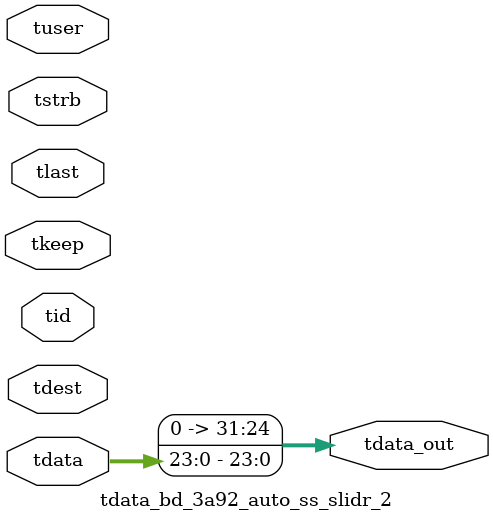
<source format=v>


`timescale 1ps/1ps

module tdata_bd_3a92_auto_ss_slidr_2 #
(
parameter C_S_AXIS_TDATA_WIDTH = 32,
parameter C_S_AXIS_TUSER_WIDTH = 0,
parameter C_S_AXIS_TID_WIDTH   = 0,
parameter C_S_AXIS_TDEST_WIDTH = 0,
parameter C_M_AXIS_TDATA_WIDTH = 32
)
(
input  [(C_S_AXIS_TDATA_WIDTH == 0 ? 1 : C_S_AXIS_TDATA_WIDTH)-1:0     ] tdata,
input  [(C_S_AXIS_TUSER_WIDTH == 0 ? 1 : C_S_AXIS_TUSER_WIDTH)-1:0     ] tuser,
input  [(C_S_AXIS_TID_WIDTH   == 0 ? 1 : C_S_AXIS_TID_WIDTH)-1:0       ] tid,
input  [(C_S_AXIS_TDEST_WIDTH == 0 ? 1 : C_S_AXIS_TDEST_WIDTH)-1:0     ] tdest,
input  [(C_S_AXIS_TDATA_WIDTH/8)-1:0 ] tkeep,
input  [(C_S_AXIS_TDATA_WIDTH/8)-1:0 ] tstrb,
input                                                                    tlast,
output [C_M_AXIS_TDATA_WIDTH-1:0] tdata_out
);

assign tdata_out = {tdata[23:0]};

endmodule


</source>
